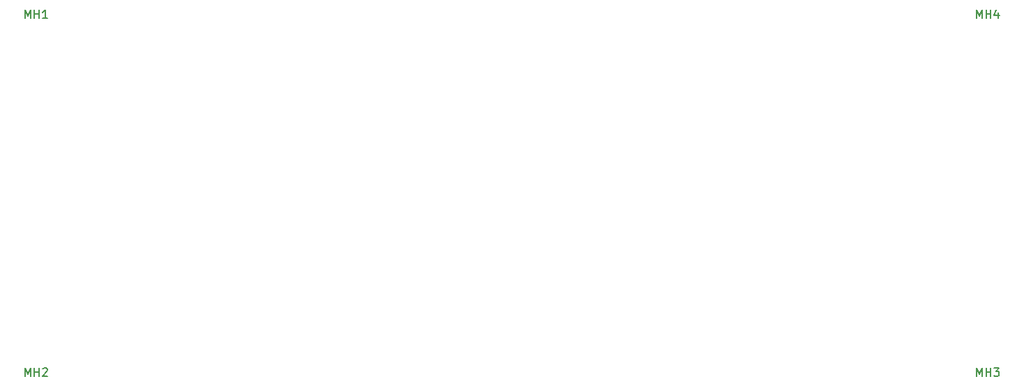
<source format=gto>
G04 #@! TF.GenerationSoftware,KiCad,Pcbnew,(5.1.9)-1*
G04 #@! TF.CreationDate,2022-01-12T10:50:52-07:00*
G04 #@! TF.ProjectId,KICAD_Front_Plate_01,4b494341-445f-4467-926f-6e745f506c61,rev?*
G04 #@! TF.SameCoordinates,Original*
G04 #@! TF.FileFunction,Legend,Top*
G04 #@! TF.FilePolarity,Positive*
%FSLAX46Y46*%
G04 Gerber Fmt 4.6, Leading zero omitted, Abs format (unit mm)*
G04 Created by KiCad (PCBNEW (5.1.9)-1) date 2022-01-12 10:50:52*
%MOMM*%
%LPD*%
G01*
G04 APERTURE LIST*
%ADD10C,0.150000*%
%ADD11C,7.000000*%
G04 APERTURE END LIST*
D10*
X3316666Y347619D02*
X3316666Y1347619D01*
X3650000Y633333D01*
X3983333Y1347619D01*
X3983333Y347619D01*
X4459523Y347619D02*
X4459523Y1347619D01*
X4459523Y871428D02*
X5030952Y871428D01*
X5030952Y347619D02*
X5030952Y1347619D01*
X6030952Y347619D02*
X5459523Y347619D01*
X5745238Y347619D02*
X5745238Y1347619D01*
X5650000Y1204761D01*
X5554761Y1109523D01*
X5459523Y1061904D01*
X3316666Y-43152380D02*
X3316666Y-42152380D01*
X3650000Y-42866666D01*
X3983333Y-42152380D01*
X3983333Y-43152380D01*
X4459523Y-43152380D02*
X4459523Y-42152380D01*
X4459523Y-42628571D02*
X5030952Y-42628571D01*
X5030952Y-43152380D02*
X5030952Y-42152380D01*
X5459523Y-42247619D02*
X5507142Y-42200000D01*
X5602380Y-42152380D01*
X5840476Y-42152380D01*
X5935714Y-42200000D01*
X5983333Y-42247619D01*
X6030952Y-42342857D01*
X6030952Y-42438095D01*
X5983333Y-42580952D01*
X5411904Y-43152380D01*
X6030952Y-43152380D01*
X118816666Y-43152380D02*
X118816666Y-42152380D01*
X119150000Y-42866666D01*
X119483333Y-42152380D01*
X119483333Y-43152380D01*
X119959523Y-43152380D02*
X119959523Y-42152380D01*
X119959523Y-42628571D02*
X120530952Y-42628571D01*
X120530952Y-43152380D02*
X120530952Y-42152380D01*
X120911904Y-42152380D02*
X121530952Y-42152380D01*
X121197619Y-42533333D01*
X121340476Y-42533333D01*
X121435714Y-42580952D01*
X121483333Y-42628571D01*
X121530952Y-42723809D01*
X121530952Y-42961904D01*
X121483333Y-43057142D01*
X121435714Y-43104761D01*
X121340476Y-43152380D01*
X121054761Y-43152380D01*
X120959523Y-43104761D01*
X120911904Y-43057142D01*
X118816666Y347619D02*
X118816666Y1347619D01*
X119150000Y633333D01*
X119483333Y1347619D01*
X119483333Y347619D01*
X119959523Y347619D02*
X119959523Y1347619D01*
X119959523Y871428D02*
X120530952Y871428D01*
X120530952Y347619D02*
X120530952Y1347619D01*
X121435714Y1014285D02*
X121435714Y347619D01*
X121197619Y1395238D02*
X120959523Y680952D01*
X121578571Y680952D01*
%LPC*%
D11*
X4650000Y-3700000D03*
X4650000Y-47200000D03*
X120150000Y-47200000D03*
X120150000Y-3700000D03*
M02*

</source>
